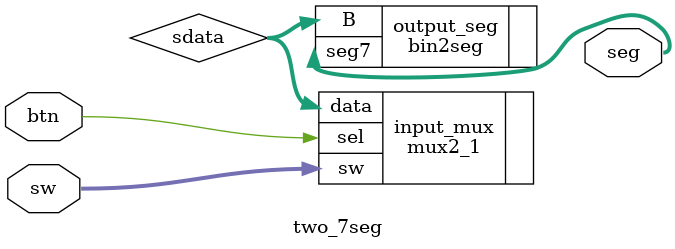
<source format=v>
module two_7seg(
    input [7:0] sw,
    input btn,
    output [6:0] seg
);  
wire [3:0] sdata;
mux2_1 input_mux(
    .sw(sw),
    .sel(btn),
    .data(sdata)
);

bin2seg output_seg(
    .B(sdata),
    .seg7(seg)
);

endmodule
    
</source>
